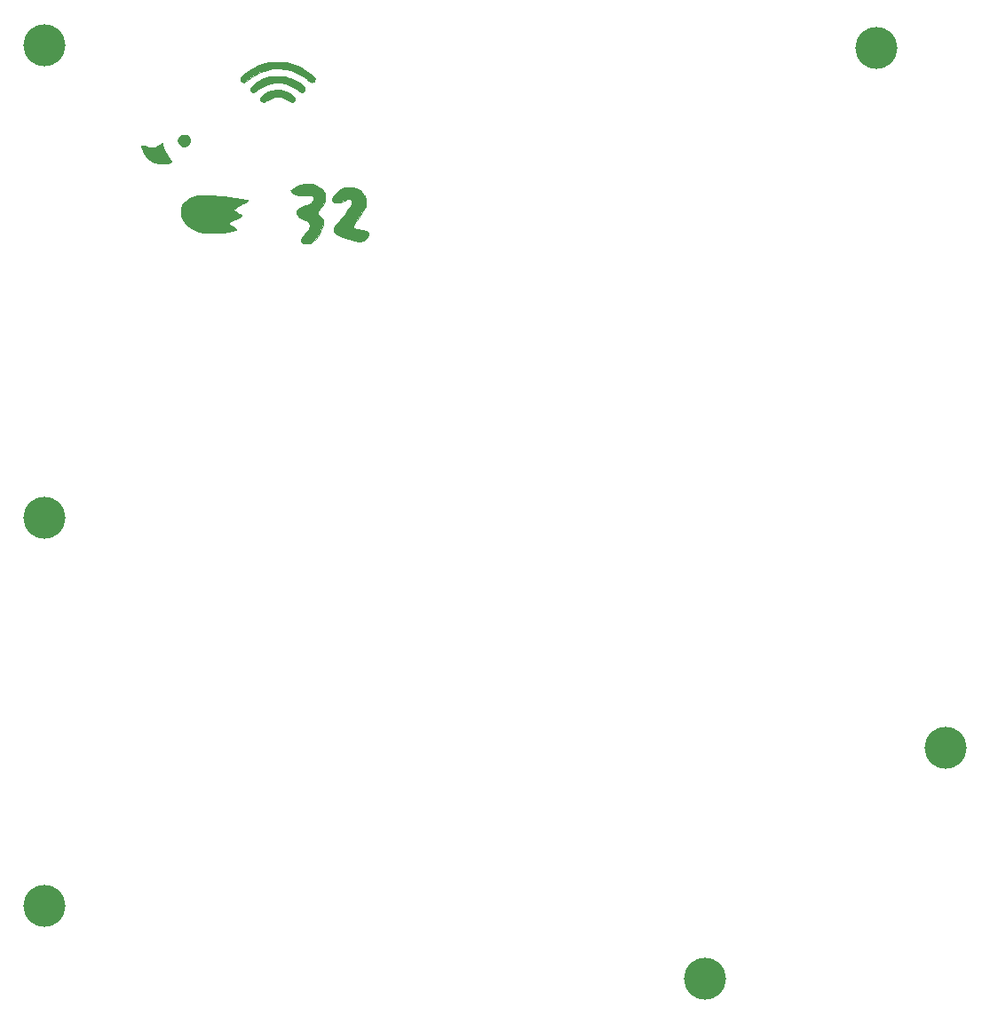
<source format=gbr>
%TF.GenerationSoftware,KiCad,Pcbnew,5.1.7-a382d34a8~88~ubuntu20.04.1*%
%TF.CreationDate,2021-03-20T14:17:19+01:00*%
%TF.ProjectId,WiFiDuck32,57694669-4475-4636-9b33-322e6b696361,2*%
%TF.SameCoordinates,Original*%
%TF.FileFunction,Soldermask,Top*%
%TF.FilePolarity,Negative*%
%FSLAX46Y46*%
G04 Gerber Fmt 4.6, Leading zero omitted, Abs format (unit mm)*
G04 Created by KiCad (PCBNEW 5.1.7-a382d34a8~88~ubuntu20.04.1) date 2021-03-20 14:17:19*
%MOMM*%
%LPD*%
G01*
G04 APERTURE LIST*
%ADD10C,0.010000*%
%ADD11C,4.000000*%
G04 APERTURE END LIST*
D10*
%TO.C,G\u002A\u002A\u002A*%
G36*
X48611344Y-25585471D02*
G01*
X49126854Y-25642205D01*
X49616940Y-25757012D01*
X50103679Y-25934806D01*
X50516584Y-26131458D01*
X50756436Y-26267852D01*
X51002957Y-26428002D01*
X51239566Y-26599285D01*
X51449682Y-26769080D01*
X51616725Y-26924766D01*
X51720047Y-27047550D01*
X51783710Y-27200309D01*
X51773333Y-27339032D01*
X51697410Y-27447081D01*
X51564433Y-27507812D01*
X51481355Y-27515258D01*
X51395950Y-27504582D01*
X51306983Y-27467314D01*
X51196704Y-27393113D01*
X51047365Y-27271636D01*
X51013302Y-27242522D01*
X50542373Y-26891828D01*
X50032855Y-26611714D01*
X49493678Y-26403938D01*
X48933773Y-26270257D01*
X48362071Y-26212429D01*
X47787502Y-26232211D01*
X47218998Y-26331363D01*
X46884166Y-26429803D01*
X46568160Y-26549519D01*
X46276316Y-26687786D01*
X45989098Y-26856081D01*
X45686971Y-27065883D01*
X45350398Y-27328670D01*
X45340476Y-27336750D01*
X45145427Y-27467264D01*
X44978275Y-27518255D01*
X44839326Y-27489674D01*
X44767005Y-27431454D01*
X44711112Y-27327508D01*
X44689888Y-27211367D01*
X44727286Y-27090871D01*
X44833062Y-26944788D01*
X44997597Y-26780463D01*
X45211269Y-26605235D01*
X45464454Y-26426448D01*
X45747533Y-26251443D01*
X46050882Y-26087561D01*
X46338484Y-25953405D01*
X46706056Y-25808674D01*
X47049630Y-25705070D01*
X47398755Y-25636172D01*
X47782981Y-25595559D01*
X48048333Y-25581892D01*
X48611344Y-25585471D01*
G37*
X48611344Y-25585471D02*
X49126854Y-25642205D01*
X49616940Y-25757012D01*
X50103679Y-25934806D01*
X50516584Y-26131458D01*
X50756436Y-26267852D01*
X51002957Y-26428002D01*
X51239566Y-26599285D01*
X51449682Y-26769080D01*
X51616725Y-26924766D01*
X51720047Y-27047550D01*
X51783710Y-27200309D01*
X51773333Y-27339032D01*
X51697410Y-27447081D01*
X51564433Y-27507812D01*
X51481355Y-27515258D01*
X51395950Y-27504582D01*
X51306983Y-27467314D01*
X51196704Y-27393113D01*
X51047365Y-27271636D01*
X51013302Y-27242522D01*
X50542373Y-26891828D01*
X50032855Y-26611714D01*
X49493678Y-26403938D01*
X48933773Y-26270257D01*
X48362071Y-26212429D01*
X47787502Y-26232211D01*
X47218998Y-26331363D01*
X46884166Y-26429803D01*
X46568160Y-26549519D01*
X46276316Y-26687786D01*
X45989098Y-26856081D01*
X45686971Y-27065883D01*
X45350398Y-27328670D01*
X45340476Y-27336750D01*
X45145427Y-27467264D01*
X44978275Y-27518255D01*
X44839326Y-27489674D01*
X44767005Y-27431454D01*
X44711112Y-27327508D01*
X44689888Y-27211367D01*
X44727286Y-27090871D01*
X44833062Y-26944788D01*
X44997597Y-26780463D01*
X45211269Y-26605235D01*
X45464454Y-26426448D01*
X45747533Y-26251443D01*
X46050882Y-26087561D01*
X46338484Y-25953405D01*
X46706056Y-25808674D01*
X47049630Y-25705070D01*
X47398755Y-25636172D01*
X47782981Y-25595559D01*
X48048333Y-25581892D01*
X48611344Y-25585471D01*
G36*
X48686723Y-26944829D02*
G01*
X48976607Y-26983785D01*
X49089311Y-27008108D01*
X49373660Y-27095400D01*
X49661498Y-27212213D01*
X49941602Y-27351085D01*
X50202747Y-27504554D01*
X50433707Y-27665158D01*
X50623260Y-27825436D01*
X50760179Y-27977924D01*
X50833241Y-28115161D01*
X50842333Y-28173511D01*
X50815063Y-28305905D01*
X50726584Y-28405903D01*
X50620849Y-28465151D01*
X50508581Y-28472115D01*
X50376251Y-28423071D01*
X50210329Y-28314298D01*
X50110665Y-28236448D01*
X49844145Y-28047615D01*
X49536971Y-27873473D01*
X49220247Y-27729680D01*
X48925081Y-27631893D01*
X48895000Y-27624555D01*
X48606604Y-27579365D01*
X48275634Y-27562940D01*
X47939189Y-27575403D01*
X47634371Y-27616882D01*
X47618091Y-27620255D01*
X47272683Y-27723079D01*
X46914233Y-27882268D01*
X46574857Y-28082570D01*
X46439666Y-28179937D01*
X46244553Y-28326574D01*
X46100049Y-28423232D01*
X45991997Y-28474461D01*
X45906237Y-28484813D01*
X45828611Y-28458837D01*
X45746875Y-28402594D01*
X45657391Y-28295154D01*
X45635333Y-28174320D01*
X45645583Y-28092331D01*
X45684843Y-28013096D01*
X45765876Y-27917750D01*
X45889939Y-27798065D01*
X46272365Y-27498506D01*
X46712489Y-27250528D01*
X47195711Y-27061653D01*
X47461128Y-26988829D01*
X47718356Y-26947156D01*
X48028058Y-26926165D01*
X48360693Y-26925506D01*
X48686723Y-26944829D01*
G37*
X48686723Y-26944829D02*
X48976607Y-26983785D01*
X49089311Y-27008108D01*
X49373660Y-27095400D01*
X49661498Y-27212213D01*
X49941602Y-27351085D01*
X50202747Y-27504554D01*
X50433707Y-27665158D01*
X50623260Y-27825436D01*
X50760179Y-27977924D01*
X50833241Y-28115161D01*
X50842333Y-28173511D01*
X50815063Y-28305905D01*
X50726584Y-28405903D01*
X50620849Y-28465151D01*
X50508581Y-28472115D01*
X50376251Y-28423071D01*
X50210329Y-28314298D01*
X50110665Y-28236448D01*
X49844145Y-28047615D01*
X49536971Y-27873473D01*
X49220247Y-27729680D01*
X48925081Y-27631893D01*
X48895000Y-27624555D01*
X48606604Y-27579365D01*
X48275634Y-27562940D01*
X47939189Y-27575403D01*
X47634371Y-27616882D01*
X47618091Y-27620255D01*
X47272683Y-27723079D01*
X46914233Y-27882268D01*
X46574857Y-28082570D01*
X46439666Y-28179937D01*
X46244553Y-28326574D01*
X46100049Y-28423232D01*
X45991997Y-28474461D01*
X45906237Y-28484813D01*
X45828611Y-28458837D01*
X45746875Y-28402594D01*
X45657391Y-28295154D01*
X45635333Y-28174320D01*
X45645583Y-28092331D01*
X45684843Y-28013096D01*
X45765876Y-27917750D01*
X45889939Y-27798065D01*
X46272365Y-27498506D01*
X46712489Y-27250528D01*
X47195711Y-27061653D01*
X47461128Y-26988829D01*
X47718356Y-26947156D01*
X48028058Y-26926165D01*
X48360693Y-26925506D01*
X48686723Y-26944829D01*
G36*
X48489885Y-28269644D02*
G01*
X48664862Y-28286482D01*
X48814505Y-28318093D01*
X48968390Y-28369079D01*
X48986946Y-28376107D01*
X49285175Y-28508481D01*
X49534606Y-28656538D01*
X49724878Y-28812621D01*
X49845632Y-28969077D01*
X49872191Y-29030180D01*
X49898462Y-29141238D01*
X49880036Y-29223582D01*
X49837521Y-29288711D01*
X49716701Y-29390775D01*
X49569180Y-29416171D01*
X49404318Y-29364834D01*
X49294989Y-29292447D01*
X48964775Y-29074090D01*
X48628137Y-28940068D01*
X48286202Y-28890390D01*
X47940099Y-28925063D01*
X47590959Y-29044095D01*
X47239908Y-29247492D01*
X47195994Y-29278816D01*
X47008055Y-29388467D01*
X46850448Y-29420367D01*
X46720374Y-29374678D01*
X46654405Y-29310124D01*
X46580616Y-29179283D01*
X46580556Y-29056566D01*
X46656612Y-28927702D01*
X46731536Y-28849243D01*
X47037274Y-28598061D01*
X47352362Y-28421334D01*
X47693410Y-28312691D01*
X48077029Y-28265760D01*
X48260000Y-28262976D01*
X48489885Y-28269644D01*
G37*
X48489885Y-28269644D02*
X48664862Y-28286482D01*
X48814505Y-28318093D01*
X48968390Y-28369079D01*
X48986946Y-28376107D01*
X49285175Y-28508481D01*
X49534606Y-28656538D01*
X49724878Y-28812621D01*
X49845632Y-28969077D01*
X49872191Y-29030180D01*
X49898462Y-29141238D01*
X49880036Y-29223582D01*
X49837521Y-29288711D01*
X49716701Y-29390775D01*
X49569180Y-29416171D01*
X49404318Y-29364834D01*
X49294989Y-29292447D01*
X48964775Y-29074090D01*
X48628137Y-28940068D01*
X48286202Y-28890390D01*
X47940099Y-28925063D01*
X47590959Y-29044095D01*
X47239908Y-29247492D01*
X47195994Y-29278816D01*
X47008055Y-29388467D01*
X46850448Y-29420367D01*
X46720374Y-29374678D01*
X46654405Y-29310124D01*
X46580616Y-29179283D01*
X46580556Y-29056566D01*
X46656612Y-28927702D01*
X46731536Y-28849243D01*
X47037274Y-28598061D01*
X47352362Y-28421334D01*
X47693410Y-28312691D01*
X48077029Y-28265760D01*
X48260000Y-28262976D01*
X48489885Y-28269644D01*
G36*
X39502597Y-32547054D02*
G01*
X39669046Y-32641229D01*
X39787249Y-32779514D01*
X39853243Y-32946738D01*
X39863066Y-33127733D01*
X39812753Y-33307327D01*
X39698344Y-33470351D01*
X39568783Y-33572196D01*
X39433287Y-33629404D01*
X39291075Y-33654624D01*
X39285333Y-33654683D01*
X39144526Y-33631484D01*
X39007143Y-33575338D01*
X39001883Y-33572196D01*
X38833604Y-33428273D01*
X38741153Y-33247108D01*
X38720888Y-33088055D01*
X38757522Y-32867588D01*
X38860871Y-32691972D01*
X39021105Y-32571121D01*
X39228395Y-32514949D01*
X39291865Y-32512158D01*
X39502597Y-32547054D01*
G37*
X39502597Y-32547054D02*
X39669046Y-32641229D01*
X39787249Y-32779514D01*
X39853243Y-32946738D01*
X39863066Y-33127733D01*
X39812753Y-33307327D01*
X39698344Y-33470351D01*
X39568783Y-33572196D01*
X39433287Y-33629404D01*
X39291075Y-33654624D01*
X39285333Y-33654683D01*
X39144526Y-33631484D01*
X39007143Y-33575338D01*
X39001883Y-33572196D01*
X38833604Y-33428273D01*
X38741153Y-33247108D01*
X38720888Y-33088055D01*
X38757522Y-32867588D01*
X38860871Y-32691972D01*
X39021105Y-32571121D01*
X39228395Y-32514949D01*
X39291865Y-32512158D01*
X39502597Y-32547054D01*
G36*
X37271449Y-33306228D02*
G01*
X37288214Y-33361454D01*
X37295645Y-33462024D01*
X37295666Y-33467784D01*
X37326257Y-33697839D01*
X37419186Y-33963734D01*
X37576193Y-34268934D01*
X37799015Y-34616903D01*
X38033239Y-34938129D01*
X38099619Y-35037372D01*
X38111144Y-35096831D01*
X38090072Y-35124797D01*
X37959039Y-35191007D01*
X37767123Y-35242338D01*
X37537230Y-35276041D01*
X37292271Y-35289371D01*
X37055155Y-35279577D01*
X36935833Y-35263240D01*
X36518058Y-35148983D01*
X36150960Y-34967416D01*
X35837372Y-34721084D01*
X35580128Y-34412529D01*
X35382060Y-34044294D01*
X35289698Y-33785384D01*
X35255632Y-33657596D01*
X35238572Y-33566595D01*
X35239939Y-33537616D01*
X35286241Y-33540604D01*
X35389816Y-33566132D01*
X35525545Y-33607810D01*
X35860086Y-33705565D01*
X36140251Y-33754845D01*
X36381994Y-33754314D01*
X36601268Y-33702633D01*
X36814027Y-33598467D01*
X36977491Y-33486178D01*
X37105790Y-33393986D01*
X37207626Y-33329969D01*
X37265505Y-33304839D01*
X37271449Y-33306228D01*
G37*
X37271449Y-33306228D02*
X37288214Y-33361454D01*
X37295645Y-33462024D01*
X37295666Y-33467784D01*
X37326257Y-33697839D01*
X37419186Y-33963734D01*
X37576193Y-34268934D01*
X37799015Y-34616903D01*
X38033239Y-34938129D01*
X38099619Y-35037372D01*
X38111144Y-35096831D01*
X38090072Y-35124797D01*
X37959039Y-35191007D01*
X37767123Y-35242338D01*
X37537230Y-35276041D01*
X37292271Y-35289371D01*
X37055155Y-35279577D01*
X36935833Y-35263240D01*
X36518058Y-35148983D01*
X36150960Y-34967416D01*
X35837372Y-34721084D01*
X35580128Y-34412529D01*
X35382060Y-34044294D01*
X35289698Y-33785384D01*
X35255632Y-33657596D01*
X35238572Y-33566595D01*
X35239939Y-33537616D01*
X35286241Y-33540604D01*
X35389816Y-33566132D01*
X35525545Y-33607810D01*
X35860086Y-33705565D01*
X36140251Y-33754845D01*
X36381994Y-33754314D01*
X36601268Y-33702633D01*
X36814027Y-33598467D01*
X36977491Y-33486178D01*
X37105790Y-33393986D01*
X37207626Y-33329969D01*
X37265505Y-33304839D01*
X37271449Y-33306228D01*
G36*
X41658221Y-38287676D02*
G01*
X42100644Y-38313310D01*
X42587603Y-38354212D01*
X43106466Y-38409019D01*
X43644604Y-38476372D01*
X44189387Y-38554909D01*
X44728183Y-38643268D01*
X45248364Y-38740088D01*
X45355202Y-38761603D01*
X45389707Y-38773276D01*
X45396229Y-38793040D01*
X45367272Y-38826198D01*
X45295341Y-38878053D01*
X45172940Y-38953909D01*
X44992574Y-39059067D01*
X44746746Y-39198831D01*
X44699304Y-39225625D01*
X44467560Y-39357679D01*
X44262241Y-39477057D01*
X44094356Y-39577163D01*
X43974913Y-39651399D01*
X43914921Y-39693167D01*
X43910078Y-39698596D01*
X43941375Y-39729120D01*
X44034962Y-39787716D01*
X44176644Y-39866150D01*
X44352225Y-39956185D01*
X44364893Y-39962450D01*
X44543146Y-40052190D01*
X44689694Y-40129379D01*
X44789993Y-40186108D01*
X44829499Y-40214470D01*
X44829617Y-40215131D01*
X44793721Y-40241513D01*
X44695072Y-40300481D01*
X44545812Y-40385127D01*
X44358077Y-40488544D01*
X44185910Y-40581453D01*
X43974881Y-40696089D01*
X43791693Y-40798921D01*
X43648754Y-40882712D01*
X43558476Y-40940227D01*
X43532508Y-40962453D01*
X43561008Y-40999563D01*
X43646775Y-41072234D01*
X43776222Y-41169675D01*
X43922215Y-41271925D01*
X44080926Y-41382102D01*
X44209931Y-41476280D01*
X44295212Y-41543907D01*
X44323000Y-41573550D01*
X44286813Y-41602908D01*
X44206583Y-41628845D01*
X43870891Y-41702699D01*
X43600788Y-41760154D01*
X43379272Y-41803446D01*
X43189341Y-41834810D01*
X43013994Y-41856480D01*
X42836228Y-41870692D01*
X42639043Y-41879680D01*
X42405435Y-41885680D01*
X42227500Y-41889010D01*
X41961580Y-41892678D01*
X41718992Y-41894076D01*
X41514602Y-41893274D01*
X41363275Y-41890341D01*
X41279879Y-41885345D01*
X41275000Y-41884584D01*
X40742998Y-41757660D01*
X40280138Y-41584944D01*
X39887163Y-41366893D01*
X39564814Y-41103962D01*
X39313833Y-40796605D01*
X39211503Y-40618833D01*
X39067616Y-40259237D01*
X39006641Y-39916761D01*
X39028585Y-39591333D01*
X39133458Y-39282881D01*
X39321268Y-38991333D01*
X39416809Y-38882392D01*
X39612968Y-38696214D01*
X39815545Y-38552790D01*
X40040357Y-38446015D01*
X40303224Y-38369781D01*
X40619963Y-38317984D01*
X40957500Y-38287654D01*
X41272962Y-38278670D01*
X41658221Y-38287676D01*
G37*
X41658221Y-38287676D02*
X42100644Y-38313310D01*
X42587603Y-38354212D01*
X43106466Y-38409019D01*
X43644604Y-38476372D01*
X44189387Y-38554909D01*
X44728183Y-38643268D01*
X45248364Y-38740088D01*
X45355202Y-38761603D01*
X45389707Y-38773276D01*
X45396229Y-38793040D01*
X45367272Y-38826198D01*
X45295341Y-38878053D01*
X45172940Y-38953909D01*
X44992574Y-39059067D01*
X44746746Y-39198831D01*
X44699304Y-39225625D01*
X44467560Y-39357679D01*
X44262241Y-39477057D01*
X44094356Y-39577163D01*
X43974913Y-39651399D01*
X43914921Y-39693167D01*
X43910078Y-39698596D01*
X43941375Y-39729120D01*
X44034962Y-39787716D01*
X44176644Y-39866150D01*
X44352225Y-39956185D01*
X44364893Y-39962450D01*
X44543146Y-40052190D01*
X44689694Y-40129379D01*
X44789993Y-40186108D01*
X44829499Y-40214470D01*
X44829617Y-40215131D01*
X44793721Y-40241513D01*
X44695072Y-40300481D01*
X44545812Y-40385127D01*
X44358077Y-40488544D01*
X44185910Y-40581453D01*
X43974881Y-40696089D01*
X43791693Y-40798921D01*
X43648754Y-40882712D01*
X43558476Y-40940227D01*
X43532508Y-40962453D01*
X43561008Y-40999563D01*
X43646775Y-41072234D01*
X43776222Y-41169675D01*
X43922215Y-41271925D01*
X44080926Y-41382102D01*
X44209931Y-41476280D01*
X44295212Y-41543907D01*
X44323000Y-41573550D01*
X44286813Y-41602908D01*
X44206583Y-41628845D01*
X43870891Y-41702699D01*
X43600788Y-41760154D01*
X43379272Y-41803446D01*
X43189341Y-41834810D01*
X43013994Y-41856480D01*
X42836228Y-41870692D01*
X42639043Y-41879680D01*
X42405435Y-41885680D01*
X42227500Y-41889010D01*
X41961580Y-41892678D01*
X41718992Y-41894076D01*
X41514602Y-41893274D01*
X41363275Y-41890341D01*
X41279879Y-41885345D01*
X41275000Y-41884584D01*
X40742998Y-41757660D01*
X40280138Y-41584944D01*
X39887163Y-41366893D01*
X39564814Y-41103962D01*
X39313833Y-40796605D01*
X39211503Y-40618833D01*
X39067616Y-40259237D01*
X39006641Y-39916761D01*
X39028585Y-39591333D01*
X39133458Y-39282881D01*
X39321268Y-38991333D01*
X39416809Y-38882392D01*
X39612968Y-38696214D01*
X39815545Y-38552790D01*
X40040357Y-38446015D01*
X40303224Y-38369781D01*
X40619963Y-38317984D01*
X40957500Y-38287654D01*
X41272962Y-38278670D01*
X41658221Y-38287676D01*
G36*
X55392162Y-37546793D02*
G01*
X55765734Y-37652190D01*
X55847758Y-37687317D01*
X56116215Y-37840724D01*
X56327551Y-38035871D01*
X56502984Y-38292804D01*
X56518340Y-38320759D01*
X56596184Y-38475873D01*
X56639764Y-38603635D01*
X56658701Y-38742953D01*
X56662616Y-38904333D01*
X56659041Y-39066497D01*
X56642496Y-39195694D01*
X56605230Y-39322276D01*
X56539493Y-39476596D01*
X56489660Y-39581667D01*
X56392047Y-39763569D01*
X56259816Y-39982110D01*
X56111395Y-40207941D01*
X55984803Y-40385678D01*
X55776893Y-40668418D01*
X55619631Y-40891870D01*
X55509378Y-41061718D01*
X55442494Y-41183646D01*
X55415342Y-41263338D01*
X55414333Y-41276727D01*
X55442063Y-41359719D01*
X55529051Y-41433877D01*
X55680993Y-41501457D01*
X55903586Y-41564713D01*
X56202527Y-41625903D01*
X56366833Y-41653910D01*
X56560135Y-41686563D01*
X56687104Y-41714259D01*
X56765124Y-41744692D01*
X56811579Y-41785561D01*
X56843851Y-41844559D01*
X56854569Y-41869847D01*
X56876738Y-42026288D01*
X56832725Y-42197997D01*
X56734388Y-42367400D01*
X56593583Y-42516926D01*
X56422166Y-42629001D01*
X56315073Y-42669454D01*
X56176594Y-42700182D01*
X56044549Y-42707662D01*
X55889636Y-42691028D01*
X55689500Y-42650968D01*
X55500995Y-42603249D01*
X55264691Y-42534944D01*
X55000091Y-42452570D01*
X54726695Y-42362647D01*
X54464006Y-42271692D01*
X54231524Y-42186225D01*
X54048751Y-42112764D01*
X53967469Y-42075363D01*
X53780190Y-41965394D01*
X53663946Y-41853734D01*
X53606296Y-41724550D01*
X53594000Y-41600062D01*
X53601576Y-41490128D01*
X53629151Y-41383678D01*
X53683990Y-41268819D01*
X53773361Y-41133658D01*
X53904532Y-40966302D01*
X54084768Y-40754859D01*
X54169236Y-40658662D01*
X54424050Y-40360169D01*
X54660150Y-40064616D01*
X54869648Y-39783113D01*
X55044658Y-39526772D01*
X55177293Y-39306703D01*
X55259664Y-39134017D01*
X55267770Y-39111171D01*
X55306139Y-38977744D01*
X55311527Y-38886788D01*
X55285099Y-38803297D01*
X55278467Y-38789263D01*
X55234660Y-38718170D01*
X55174910Y-38683722D01*
X55070644Y-38673556D01*
X55010928Y-38673511D01*
X54874474Y-38684766D01*
X54752586Y-38723692D01*
X54611817Y-38802472D01*
X54555178Y-38839520D01*
X54307054Y-38971971D01*
X54065705Y-39026115D01*
X53812344Y-39004099D01*
X53622252Y-38946212D01*
X53486904Y-38891596D01*
X53416080Y-38848712D01*
X53393599Y-38803703D01*
X53399823Y-38755744D01*
X53507957Y-38470410D01*
X53678599Y-38195187D01*
X53894341Y-37951658D01*
X54137777Y-37761410D01*
X54252352Y-37698633D01*
X54620046Y-37570124D01*
X55005124Y-37519474D01*
X55392162Y-37546793D01*
G37*
X55392162Y-37546793D02*
X55765734Y-37652190D01*
X55847758Y-37687317D01*
X56116215Y-37840724D01*
X56327551Y-38035871D01*
X56502984Y-38292804D01*
X56518340Y-38320759D01*
X56596184Y-38475873D01*
X56639764Y-38603635D01*
X56658701Y-38742953D01*
X56662616Y-38904333D01*
X56659041Y-39066497D01*
X56642496Y-39195694D01*
X56605230Y-39322276D01*
X56539493Y-39476596D01*
X56489660Y-39581667D01*
X56392047Y-39763569D01*
X56259816Y-39982110D01*
X56111395Y-40207941D01*
X55984803Y-40385678D01*
X55776893Y-40668418D01*
X55619631Y-40891870D01*
X55509378Y-41061718D01*
X55442494Y-41183646D01*
X55415342Y-41263338D01*
X55414333Y-41276727D01*
X55442063Y-41359719D01*
X55529051Y-41433877D01*
X55680993Y-41501457D01*
X55903586Y-41564713D01*
X56202527Y-41625903D01*
X56366833Y-41653910D01*
X56560135Y-41686563D01*
X56687104Y-41714259D01*
X56765124Y-41744692D01*
X56811579Y-41785561D01*
X56843851Y-41844559D01*
X56854569Y-41869847D01*
X56876738Y-42026288D01*
X56832725Y-42197997D01*
X56734388Y-42367400D01*
X56593583Y-42516926D01*
X56422166Y-42629001D01*
X56315073Y-42669454D01*
X56176594Y-42700182D01*
X56044549Y-42707662D01*
X55889636Y-42691028D01*
X55689500Y-42650968D01*
X55500995Y-42603249D01*
X55264691Y-42534944D01*
X55000091Y-42452570D01*
X54726695Y-42362647D01*
X54464006Y-42271692D01*
X54231524Y-42186225D01*
X54048751Y-42112764D01*
X53967469Y-42075363D01*
X53780190Y-41965394D01*
X53663946Y-41853734D01*
X53606296Y-41724550D01*
X53594000Y-41600062D01*
X53601576Y-41490128D01*
X53629151Y-41383678D01*
X53683990Y-41268819D01*
X53773361Y-41133658D01*
X53904532Y-40966302D01*
X54084768Y-40754859D01*
X54169236Y-40658662D01*
X54424050Y-40360169D01*
X54660150Y-40064616D01*
X54869648Y-39783113D01*
X55044658Y-39526772D01*
X55177293Y-39306703D01*
X55259664Y-39134017D01*
X55267770Y-39111171D01*
X55306139Y-38977744D01*
X55311527Y-38886788D01*
X55285099Y-38803297D01*
X55278467Y-38789263D01*
X55234660Y-38718170D01*
X55174910Y-38683722D01*
X55070644Y-38673556D01*
X55010928Y-38673511D01*
X54874474Y-38684766D01*
X54752586Y-38723692D01*
X54611817Y-38802472D01*
X54555178Y-38839520D01*
X54307054Y-38971971D01*
X54065705Y-39026115D01*
X53812344Y-39004099D01*
X53622252Y-38946212D01*
X53486904Y-38891596D01*
X53416080Y-38848712D01*
X53393599Y-38803703D01*
X53399823Y-38755744D01*
X53507957Y-38470410D01*
X53678599Y-38195187D01*
X53894341Y-37951658D01*
X54137777Y-37761410D01*
X54252352Y-37698633D01*
X54620046Y-37570124D01*
X55005124Y-37519474D01*
X55392162Y-37546793D01*
G36*
X51426888Y-37230262D02*
G01*
X51571767Y-37250967D01*
X51841242Y-37331203D01*
X52109631Y-37453467D01*
X52344810Y-37601592D01*
X52456885Y-37696421D01*
X52613405Y-37876579D01*
X52710313Y-38064594D01*
X52757904Y-38286475D01*
X52767409Y-38481000D01*
X52747302Y-38776207D01*
X52677892Y-39026061D01*
X52548907Y-39255942D01*
X52364795Y-39475833D01*
X52245497Y-39606477D01*
X52145582Y-39724917D01*
X52082997Y-39809647D01*
X52075663Y-39822311D01*
X52051911Y-39950059D01*
X52107085Y-40093185D01*
X52242444Y-40254391D01*
X52303412Y-40310687D01*
X52453523Y-40470064D01*
X52539478Y-40637716D01*
X52567855Y-40834824D01*
X52545235Y-41082570D01*
X52544531Y-41086842D01*
X52477243Y-41352924D01*
X52365349Y-41638439D01*
X52218971Y-41927611D01*
X52048233Y-42204662D01*
X51863258Y-42453815D01*
X51674169Y-42659293D01*
X51491091Y-42805318D01*
X51415471Y-42846478D01*
X51186039Y-42910465D01*
X50932786Y-42916262D01*
X50693292Y-42863974D01*
X50645340Y-42844305D01*
X50532329Y-42777679D01*
X50455821Y-42704429D01*
X50442391Y-42679009D01*
X50443281Y-42551702D01*
X50509521Y-42387269D01*
X50636079Y-42195643D01*
X50764501Y-42043375D01*
X51012330Y-41751152D01*
X51185337Y-41495497D01*
X51283917Y-41274117D01*
X51308468Y-41084716D01*
X51259387Y-40925000D01*
X51137072Y-40792674D01*
X50995366Y-40709008D01*
X50893605Y-40661668D01*
X50743834Y-40592782D01*
X50575171Y-40515731D01*
X50542181Y-40500722D01*
X50324003Y-40392620D01*
X50176169Y-40294313D01*
X50087149Y-40194036D01*
X50045414Y-40080024D01*
X50038158Y-39986434D01*
X50073680Y-39775293D01*
X50179734Y-39610975D01*
X50356198Y-39493651D01*
X50404832Y-39474025D01*
X50693677Y-39367476D01*
X50914988Y-39283495D01*
X51080977Y-39216218D01*
X51203860Y-39159781D01*
X51295851Y-39108318D01*
X51369163Y-39055964D01*
X51436013Y-38996855D01*
X51472323Y-38961454D01*
X51574789Y-38854622D01*
X51627352Y-38776745D01*
X51642674Y-38699739D01*
X51634320Y-38602172D01*
X51616739Y-38495139D01*
X51589054Y-38415903D01*
X51539628Y-38360278D01*
X51456828Y-38324077D01*
X51329017Y-38303113D01*
X51144560Y-38293200D01*
X50891822Y-38290150D01*
X50766494Y-38289913D01*
X50501247Y-38288829D01*
X50305392Y-38285005D01*
X50163663Y-38276826D01*
X50060792Y-38262673D01*
X49981514Y-38240931D01*
X49910561Y-38209982D01*
X49884575Y-38196519D01*
X49770876Y-38122230D01*
X49654695Y-38024959D01*
X49556578Y-37924691D01*
X49497071Y-37841412D01*
X49488213Y-37811002D01*
X49522941Y-37771285D01*
X49614353Y-37702619D01*
X49744527Y-37616087D01*
X49895542Y-37522773D01*
X50049478Y-37433761D01*
X50188414Y-37360135D01*
X50292000Y-37313865D01*
X50459775Y-37271259D01*
X50684373Y-37240258D01*
X50938571Y-37222200D01*
X51195149Y-37218422D01*
X51426888Y-37230262D01*
G37*
X51426888Y-37230262D02*
X51571767Y-37250967D01*
X51841242Y-37331203D01*
X52109631Y-37453467D01*
X52344810Y-37601592D01*
X52456885Y-37696421D01*
X52613405Y-37876579D01*
X52710313Y-38064594D01*
X52757904Y-38286475D01*
X52767409Y-38481000D01*
X52747302Y-38776207D01*
X52677892Y-39026061D01*
X52548907Y-39255942D01*
X52364795Y-39475833D01*
X52245497Y-39606477D01*
X52145582Y-39724917D01*
X52082997Y-39809647D01*
X52075663Y-39822311D01*
X52051911Y-39950059D01*
X52107085Y-40093185D01*
X52242444Y-40254391D01*
X52303412Y-40310687D01*
X52453523Y-40470064D01*
X52539478Y-40637716D01*
X52567855Y-40834824D01*
X52545235Y-41082570D01*
X52544531Y-41086842D01*
X52477243Y-41352924D01*
X52365349Y-41638439D01*
X52218971Y-41927611D01*
X52048233Y-42204662D01*
X51863258Y-42453815D01*
X51674169Y-42659293D01*
X51491091Y-42805318D01*
X51415471Y-42846478D01*
X51186039Y-42910465D01*
X50932786Y-42916262D01*
X50693292Y-42863974D01*
X50645340Y-42844305D01*
X50532329Y-42777679D01*
X50455821Y-42704429D01*
X50442391Y-42679009D01*
X50443281Y-42551702D01*
X50509521Y-42387269D01*
X50636079Y-42195643D01*
X50764501Y-42043375D01*
X51012330Y-41751152D01*
X51185337Y-41495497D01*
X51283917Y-41274117D01*
X51308468Y-41084716D01*
X51259387Y-40925000D01*
X51137072Y-40792674D01*
X50995366Y-40709008D01*
X50893605Y-40661668D01*
X50743834Y-40592782D01*
X50575171Y-40515731D01*
X50542181Y-40500722D01*
X50324003Y-40392620D01*
X50176169Y-40294313D01*
X50087149Y-40194036D01*
X50045414Y-40080024D01*
X50038158Y-39986434D01*
X50073680Y-39775293D01*
X50179734Y-39610975D01*
X50356198Y-39493651D01*
X50404832Y-39474025D01*
X50693677Y-39367476D01*
X50914988Y-39283495D01*
X51080977Y-39216218D01*
X51203860Y-39159781D01*
X51295851Y-39108318D01*
X51369163Y-39055964D01*
X51436013Y-38996855D01*
X51472323Y-38961454D01*
X51574789Y-38854622D01*
X51627352Y-38776745D01*
X51642674Y-38699739D01*
X51634320Y-38602172D01*
X51616739Y-38495139D01*
X51589054Y-38415903D01*
X51539628Y-38360278D01*
X51456828Y-38324077D01*
X51329017Y-38303113D01*
X51144560Y-38293200D01*
X50891822Y-38290150D01*
X50766494Y-38289913D01*
X50501247Y-38288829D01*
X50305392Y-38285005D01*
X50163663Y-38276826D01*
X50060792Y-38262673D01*
X49981514Y-38240931D01*
X49910561Y-38209982D01*
X49884575Y-38196519D01*
X49770876Y-38122230D01*
X49654695Y-38024959D01*
X49556578Y-37924691D01*
X49497071Y-37841412D01*
X49488213Y-37811002D01*
X49522941Y-37771285D01*
X49614353Y-37702619D01*
X49744527Y-37616087D01*
X49895542Y-37522773D01*
X50049478Y-37433761D01*
X50188414Y-37360135D01*
X50292000Y-37313865D01*
X50459775Y-37271259D01*
X50684373Y-37240258D01*
X50938571Y-37222200D01*
X51195149Y-37218422D01*
X51426888Y-37230262D01*
%TD*%
D11*
%TO.C,HOLE_M3*%
X111963200Y-90982800D03*
%TD*%
%TO.C,HOLE_M3*%
X89001600Y-112979200D03*
%TD*%
%TO.C,HOLE_M3*%
X26009600Y-106019600D03*
%TD*%
%TO.C,HOLE_M3*%
X26009600Y-69037200D03*
%TD*%
%TO.C,HOLE_M3*%
X26009600Y-24003000D03*
%TD*%
%TO.C,HOLE_M3*%
X105359200Y-24231600D03*
%TD*%
M02*

</source>
